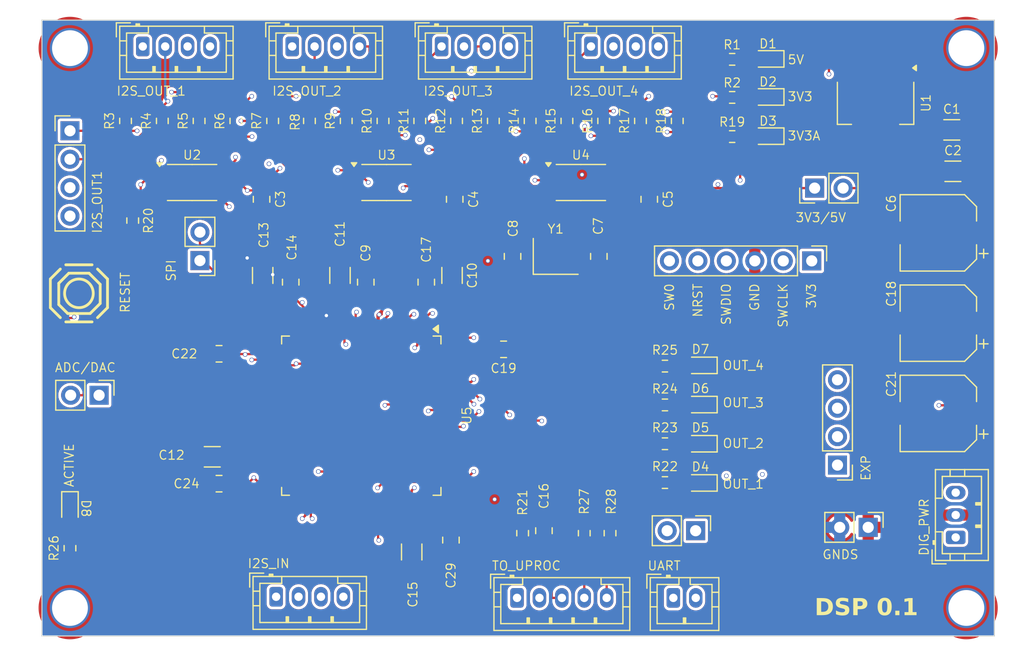
<source format=kicad_pcb>
(kicad_pcb (version 20240108) (generator "pcbnew") (generator_version "8.0")
  (layers (0 "F.Cu" signal) (1 "In1.Cu" signal) (2 "In2.Cu" signal) (31 "B.Cu" signal) (34 "B.Paste" user) (35 "F.Paste" user) (36 "B.SilkS" user "B.Silkscreen") (37 "F.SilkS" user "F.Silkscreen") (38 "B.Mask" user) (39 "F.Mask" user) (44 "Edge.Cuts" user))
  (net 0 "")
  (net 1 "GND")
  (net 2 "3V3")
  (net 3 "5V")
  (net 4 "Net-(D1-A)")
  (net 5 "Net-(D2-A)")
  (net 6 "SDA")
  (net 7 "SCL")
  (net 8 "I2S_IN_LRCLK")
  (net 9 "I2S_IN_DATA")
  (net 10 "I2S_IN_BCLK")
  (net 11 "I2S_OUT_1_DATA")
  (net 12 "I2S_OUT_4_DATA")
  (net 13 "I2S_OUT_2_DATA")
  (net 14 "I2S_OUT_3_DATA")
  (net 15 "SWDIO")
  (net 16 "SWCLK")
  (net 17 "OSC_IN")
  (net 18 "UART1_TX")
  (net 19 "OSC_OUT")
  (net 20 "SWO")
  (net 21 "UART1_RX")
  (net 22 "I2S_IN_MCLK")
  (net 23 "I2S_OUT_MCLK")
  (net 24 "3V3A")
  (net 25 "AGND")
  (net 26 "PROCESS_RIGHT")
  (net 27 "PROCESS_LEFT")
  (net 28 "PROCESS_SW")
  (net 29 "Net-(D3-A)")
  (net 30 "Net-(D4-A)")
  (net 31 "Net-(D5-A)")
  (net 32 "Net-(D6-A)")
  (net 33 "PROCESS_FOUR")
  (net 34 "Net-(U1-GND)")
  (net 35 "I2S_OUT_LRCLK1")
  (net 36 "I2S_OUT_BCLK1")
  (net 37 "I2S_OUT_MCLK1")
  (net 38 "CLOCKS_EN")
  (net 39 "Net-(D7-A)")
  (net 40 "Net-(D8-A)")
  (net 41 "DSP_ACTIVE")
  (net 42 "I2S_OUT_BCLK2")
  (net 43 "I2S_OUT_MCLK2")
  (net 44 "I2S_OUT_LRCLK2")
  (net 45 "I2S_OUT_MCLK3")
  (net 46 "I2S_OUT_LRCLK3")
  (net 47 "I2S_OUT_BCLK3")
  (net 48 "I2S_OUT_BCLK4")
  (net 49 "I2S_OUT_MCLK4")
  (net 50 "I2S_OUT_LRCLK4")
  (net 51 "Net-(U2-OUT1)")
  (net 52 "Net-(U4-OUT1)")
  (net 53 "Net-(U2-OUT2)")
  (net 54 "Net-(U4-OUT2)")
  (net 55 "Net-(U4-OUT3)")
  (net 56 "Net-(U2-OUT4)")
  (net 57 "Net-(U4-OUT4)")
  (net 58 "Net-(U2-OUT3)")
  (net 59 "BOOT0")
  (net 60 "DSP_NRST")
  (net 61 "DSP_INT")
  (net 62 "Net-(U5-VREF+)")
  (net 63 "Net-(U3-OUT1)")
  (net 64 "Net-(U3-OUT2)")
  (net 65 "Net-(U3-OUT3)")
  (net 66 "Net-(U3-OUT4)")
  (net 67 "Net-(U5-PC1)")
  (net 111 "SPI_MOSI")
  (net 112 "Net-(U5-PE3)")
  (net 113 "Net-(U5-PE6)")
  (net 114 "Net-(U5-PA7)")
  (net 115 "ADC")
  (net 116 "DAC")
  (net 117 "SPI_MISO")
  (net 121 "Net-(C12-Pad1)")
  (net 122 "Net-(C15-Pad1)")
  (net 124 "EXT1")
  (net 125 "EXT3")
  (net 126 "EXT4")
  (net 127 "EXT2")
  (footprint "Resistor_SMD:R_0603_1608Metric" (layer "F.Cu") (at 121.0364 73.565)
    (property "Reference" "R19")
    (property "Value" "150R")
  )
  (footprint "Capacitor_SMD:C_1206_3216Metric" (layer "F.Cu") (at 140.7364 76.665)
    (property "Reference" "C2")
    (property "Value" "10u")
  )
  (footprint "Resistor_SMD:R_0603_1608Metric" (layer "F.Cu") (at 116.1364 72.165 90)
    (property "Reference" "R18")
    (property "Value" "22R")
  )
  (footprint "Resistor_SMD:R_0603_1608Metric" (layer "F.Cu") (at 112.8537 72.165 90)
    (property "Reference" "R17")
    (property "Value" "22R")
  )
  (footprint "Resistor_SMD:R_0603_1608Metric" (layer "F.Cu") (at 70.1791 72.165 90)
    (property "Reference" "R4")
    (property "Value" "22R")
  )
  (footprint "MountingHole:MountingHole_3.2mm_M3_DIN965_Pad_TopOnly" (layer "F.Cu") (at 61.9364 65.665)
    (property "Reference" "H1" (hide yes))
    (property "Value" "MountingHole")
  )
  (footprint "Resistor_SMD:R_0603_1608Metric" (layer "F.Cu") (at 103.0057 72.165 90)
    (property "Reference" "R14")
    (property "Value" "22R")
  )
  (footprint "Resistor_SMD:R_0603_1608Metric" (layer "F.Cu") (at 96.4404 72.165 90)
    (property "Reference" "R12")
    (property "Value" "22R")
  )
  (footprint "MountingHole:MountingHole_3.2mm_M3_DIN965_Pad_TopOnly" (layer "F.Cu") (at 141.9364 65.665)
    (property "Reference" "H2" (hide yes))
    (property "Value" "MountingHole")
  )
  (footprint "Resistor_SMD:R_0603_1608Metric" (layer "F.Cu") (at 66.8964 72.165 90)
    (property "Reference" "R3")
    (property "Value" "22R")
  )
  (footprint "Connector_PinHeader_2.54mm:PinHeader_1x02_P2.54mm_Vertical" (layer "F.Cu") (at 73.5364 84.64 180)
    (property "Reference" "J16" (hide yes))
    (property "Value" "Conn_01x02_Pin")
  )
  (footprint "Package_SO:TSSOP-8_4.4x3mm_P0.65mm" (layer "F.Cu") (at 107.5364 77.665)
    (property "Reference" "U4")
    (property "Value" "PI6CV304")
  )
  (footprint "Connector_JST:JST_PH_B4B-PH-K_1x04_P2.00mm_Vertical" (layer "F.Cu") (at 108.4364 65.515)
    (property "Reference" "J4" (hide yes))
    (property "Value" "Conn_01x04_Pin")
  )
  (footprint "Capacitor_SMD:C_0805_2012Metric" (layer "F.Cu") (at 96.2739 79.165 -90)
    (property "Reference" "C4")
    (property "Value" "0.1u")
  )
  (footprint "Resistor_SMD:R_0603_1608Metric" (layer "F.Cu") (at 115.0364 97.5316)
    (property "Reference" "R24")
    (property "Value" "150R")
  )
  (footprint "Diode_SMD:D_0603_1608Metric" (layer "F.Cu") (at 118.2114 93.9983 180)
    (property "Reference" "D7")
    (property "Value" "BLUE")
  )
  (footprint "Resistor_SMD:R_0603_1608Metric" (layer "F.Cu") (at 106.2884 72.165 90)
    (property "Reference" "R15")
    (property "Value" "22R")
  )
  (footprint "Connector_PinHeader_2.54mm:PinHeader_1x06_P2.54mm_Vertical" (layer "F.Cu") (at 128.1364 84.665 -90)
    (property "Reference" "J5" (hide yes))
    (property "Value" "Conn_01x06_Pin")
  )
  (footprint "Capacitor_SMD:C_0805_2012Metric" (layer "F.Cu") (at 75.2414 92.965 180)
    (property "Reference" "C22")
    (property "Value" "0.1u")
  )
  (footprint "Capacitor_SMD:C_1206_3216Metric" (layer "F.Cu") (at 86.0364 85.965 90)
    (property "Reference" "C11")
    (property "Value" "10u")
  )
  (footprint "Capacitor_SMD:C_0805_2012Metric" (layer "F.Cu") (at 113.6364 79.165 -90)
    (property "Reference" "C5")
    (property "Value" "0.1u")
  )
  (footprint "Resistor_SMD:R_0603_1608Metric" (layer "F.Cu") (at 115.0364 100.9983)
    (property "Reference" "R23")
    (property "Value" "150R")
  )
  (footprint "Resistor_SMD:R_0603_1608Metric" (layer "F.Cu") (at 86.5924 72.165 90)
    (property "Reference" "R9")
    (property "Value" "22R")
  )
  (footprint "Capacitor_SMD:CP_Elec_6.3x7.7" (layer "F.Cu") (at 139.4364 90.2275 180)
    (property "Reference" "C18")
    (property "Value" "220u")
  )
  (footprint "Resistor_SMD:R_0603_1608Metric" (layer "F.Cu") (at 121.0364 70.065)
    (property "Reference" "R2")
    (property "Value" "150R")
  )
  (footprint "Capacitor_SMD:C_1206_3216Metric" (layer "F.Cu") (at 79.1364 85.965 -90)
    (property "Reference" "C13")
    (property "Value" "10u")
  )
  (footprint "MountingHole:MountingHole_3.2mm_M3_DIN965_Pad_TopOnly" (layer "F.Cu") (at 141.9364 115.665)
    (property "Reference" "H4" (hide yes))
    (property "Value" "MountingHole")
  )
  (footprint "Connector_JST:JST_PH_B4B-PH-K_1x04_P2.00mm_Vertical" (layer "F.Cu") (at 95.1031 65.515)
    (property "Reference" "J3" (hide yes))
    (property "Value" "Conn_01x04_Pin")
  )
  (footprint "Connector_PinHeader_2.54mm:PinHeader_1x02_P2.54mm_Vertical" (layer "F.Cu") (at 117.7764 108.765 -90)
    (property "Reference" "J15" (hide yes))
    (property "Value" "Conn_01x02_Pin")
  )
  (footprint "Capacitor_SMD:CP_Elec_6.3x7.7" (layer "F.Cu") (at 139.4364 82.165 180)
    (property "Reference" "C6")
    (property "Value" "220u")
  )
  (footprint "Package_SO:TSSOP-8_4.4x3mm_P0.65mm" (layer "F.Cu") (at 90.1864 77.665)
    (property "Reference" "U3")
    (property "Value" "PI6CV304")
  )
  (footprint "Capacitor_SMD:C_0805_2012Metric" (layer "F.Cu") (at 100.6364 92.565)
    (property "Reference" "C19")
    (property "Value" "0.1u")
  )
  (footprint "Resistor_SMD:R_0603_1608Metric" (layer "F.Cu") (at 115.0364 94.065)
    (property "Reference" "R25")
    (property "Value" "150R")
  )
  (footprint "Resistor_SMD:R_0603_1608Metric" (layer "F.Cu") (at 110.1364 108.985 90)
    (property "Reference" "R28")
    (property "Value" "4.7K")
  )
  (footprint "Package_QFP:LQFP-100_14x14mm_P0.5mm" (layer "F.Cu") (at 87.9364 98.49 -90)
    (property "Reference" "U5")
    (property "Value" "STM32H723VGTx")
  )
  (footprint "Resistor_SMD:R_0603_1608Metric" (layer "F.Cu") (at 73.4617 72.165 90)
    (property "Reference" "R5")
    (property "Value" "22R")
  )
  (footprint "Package_TO_SOT_SMD:SOT-223-3_TabPin2" (layer "F.Cu") (at 133.8364 70.565 -90)
    (property "Reference" "U1")
    (property "Value" "AMS1117-3.3")
  )
  (footprint "Capacitor_SMD:C_0805_2012Metric" (layer "F.Cu") (at 101.4364 84.265 90)
    (property "Reference" "C8")
    (property "Value" "20p")
  )
  (footprint "Resistor_SMD:R_0603_1608Metric" (layer "F.Cu") (at 89.8751 72.165 90)
    (property "Reference" "R10")
    (property "Value" "22R")
  )
  (footprint "Resistor_SMD:R_0603_1608Metric" (layer "F.Cu") (at 67.5364 81.065 90)
    (property "Reference" "R20")
    (property "Value" "4.7K")
  )
  (footprint "Resistor_SMD:R_0603_1608Metric" (layer "F.Cu") (at 99.7231 72.165 90)
    (property "Reference" "R13")
    (property "Value" "22R")
  )
  (footprint "Resistor_SMD:R_0603_1608Metric" (layer "F.Cu") (at 61.9364 110.3275 90)
    (property "Reference" "R26")
    (property "Value" "150R")
  )
  (footprint "Capacitor_SMD:C_1206_3216Metric" (layer "F.Cu") (at 92.4364 110.665 -90)
    (property "Reference" "C15")
    (property "Value" "2.2u")
  )
  (footprint "Connector_JST:JST_PH_B4B-PH-K_1x04_P2.00mm_Vertical" (layer "F.Cu") (at 80.3364 114.665)
    (property "Reference" "J7" (hide yes))
    (property "Value" "Conn_01x04_Pin")
  )
  (footprint "Package_SO:TSSOP-8_4.4x3mm_P0.65mm" (layer "F.Cu") (at 72.8364 77.665)
    (property "Reference" "U2")
    (property "Value" "PI6CV304")
  )
  (footprint "Resistor_SMD:R_0603_1608Metric" (layer "F.Cu") (at 102.3364 108.985 -90)
    (property "Reference" "R21")
    (property "Value" "4.7K")
  )
  (footprint "easyeda2kicad:SW-SMD_4P-L5.1-W5.1-P3.70-LS6.5-TL_H1.5" (layer "F.Cu") (at 62.7364 87.565 90)
    (property "Reference" "SW2" (hide yes))
    (property "Value" "TS-1187A-B-A-B")
  )
  (footprint "Resistor_SMD:R_0603_1608Metric" (layer "F.Cu") (at 107.8364 108.985 -90)
    (property "Reference" "R27")
    (property "Value" "4.7K")
  )
  (footprint "MountingHole:MountingHole_3.2mm_M3_DIN965_Pad_TopOnly" (layer "F.Cu") (at 61.9364 115.665)
    (property "Reference" "H3" (hide yes))
    (property "Value" "MountingHole")
  )
  (footprint "Capacitor_SMD:C_1206_3216Metric" (layer "F.Cu") (at 96.0364 85.965 90)
    (property "Reference" "C10")
    (property "Value" "10u")
  )
  (footprint "Connector_JST:JST_PH_B4B-PH-K_1x04_P2.00mm_Vertical" (layer "F.Cu") (at 81.7697 65.515)
    (property "Reference" "J2" (hide yes))
    (property "Value" "Conn_01x04_Pin")
  )
  (footprint "Connector_JST:JST_PH_B5B-PH-K_1x05_P2.00mm_Vertical" (layer "F.Cu") (at 101.8364 114.765)
    (property "Reference" "J19" (hide yes))
    (property "Value" "Conn_01x05_Pin")
  )
  (footprint "Capacitor_SMD:C_0805_2012Metric" (layer "F.Cu") (at 104.2364 108.765 90)
    (property "Reference" "C16")
    (property "Value" "0.1u")
  )
  (footprint "Capacitor_SMD:CP_Elec_6.3x7.7" (layer "F.Cu") (at 139.4364 98.29 180)
    (property "Reference" "C21")
    (property "Value" "220u")
  )
  (footprint "Diode_SMD:D_0603_1608Metric" (layer "F.Cu") (at 124.1739 70.025 180)
    (property "Reference" "D2")
    (property "Value" "BLUE")
  )
  (footprint "Resistor_SMD:R_0603_1608Metric" (layer "F.Cu") (at 76.7444 72.165 90)
    (property "Reference" "R6")
    (property "Value" "22R")
  )
  (footprint "Diode_SMD:D_0603_1608Metric" (layer "F.Cu") (at 118.2114 100.9983 180)
    (property "Reference" "D5")
    (property "Value" "BLUE")
  )
  (footprint "Connector_JST:JST_PH_B2B-PH-K_1x02_P2.00mm_Vertical" (layer "F.Cu") (at 115.7864 114.765)
    (property "Reference" "J9" (hide yes))
    (property "Value" "Conn_01x02_Male")
  )
  (footprint "Diode_SMD:D_0603_1608Metric" (layer "F.Cu") (at 61.9364 106.765 -90)
    (property "Reference" "D8")
    (property "Value" "BLUE")
  )
  (footprint "Connector_JST:JST_PH_B3B-PH-K_1x03_P2.00mm_Vertical" (layer "F.Cu") (at 140.9864 109.365 90)
    (property "Reference" "J6" (hide yes))
    (property "Value" "Conn_01x03_Pin")
  )
  (footprint "Connector_PinHeader_2.54mm:PinHeader_1x04_P2.54mm_Vertical" (layer "F.Cu") (at 61.9364 73.045)
    (property "Reference" "J13" (hide yes))
    (property "Value" "Conn_01x04_Pin")
  )
  (footprint "Diode_SMD:D_0603_1608Metric" (layer "F.Cu") (at 124.1739 66.625 180)
    (property "Reference" "D1")
    (property "Value" "BLUE")
  )
  (footprint "Resistor_SMD:R_0603_1608Metric" (layer "F.Cu") (at 109.5711 72.165 90)
    (property "Reference" "R16")
    (property "Value" "22R")
  )
  (footprint "Crystal:Crystal_SMD_SeikoEpson_FA238-4Pin_3.2x2.5mm" (layer "F.Cu") (at 105.2864 84.265)
    (property "Reference" "Y1")
    (property "Value" "25 MHz")
  )
  (footprint "Resistor_SMD:R_0603_1608Metric" (layer "F.Cu") (at 80.0271 72.165 90)
    (property "Reference" "R7")
    (property "Value" "22R")
  )
  (footprint "Connector_PinHeader_2.54mm:PinHeader_1x02_P2.54mm_Vertical" (layer "F.Cu") (at 64.5364 96.665 -90)
    (property "Reference" "J17" (hide yes))
    (property "Value" "Conn_01x02_Pin")
  )
  (footprint "Connector_PinHeader_2.54mm:PinHeader_1x04_P2.54mm_Vertical" (layer "F.Cu") (at 130.4364 102.905 180)
    (property "Reference" "J18" (hide yes))
    (property "Value" "Conn_01x04_Pin")
  )
  (footprint "Capacitor_SMD:C_0805_2012Metric" (layer "F.Cu") (at 88.3364 86.565 -90)
    (property "Reference" "C9")
    (property "Value" "0.1u")
  )
  (footprint "Diode_SMD:D_0603_1608Metric" (layer "F.Cu") (at 124.1739 73.525 180)
    (property "Reference" "D3")
    (property "Value" "BLUE")
  )
  (footprint "Capacitor_SMD:C_0805_2012Metric" (layer "F.Cu") (at 109.1364 84.265 -90)
    (property "Reference" "C7")
    (property "Value" "20p")
  )
  (footprint "Connector_PinHeader_2.54mm:PinHeader_1x02_P2.54mm_Vertical" (layer "F.Cu") (at 128.3964 78.165 90)
    (property "Reference" "J14" (hide yes))
    (property "Value" "Conn_01x02_Pin")
  )
  (footprint "Diode_SMD:D_0603_1608Metric" (layer "F.Cu") (at 118.2114 97.4982 180)
    (property "Reference" "D6")
    (property "Value" "BLUE")
  )
  (footprint "Diode_SMD:D_0603_1608Metric" (layer "F.Cu") (at 118.2114 104.4983 180)
    (property "Reference" "D4")
    (property "Value" "BLUE")
  )
  (footprint "Resistor_SMD:R_0603_1608Metric" (layer "F.Cu") (at 93.1577 72.165 90)
    (property "Reference" "R11")
    (property "Value" "22R")
  )
  (footprint "Connector_JST:JST_PH_B4B-PH-K_1x04_P2.00mm_Vertical" (layer "F.Cu") (at 68.4364 65.515)
    (property "Reference" "J1" (hide yes))
    (property "Value" "Conn_01x04_Pin")
  )
  (footprint "Capacitor_SMD:C_1206_3216Metric" (layer "F.Cu") (at 74.6364 102.165 180)
    (property "Reference" "C12")
    (property "Value" "2.2u")
  )
  (footprint "Resistor_SMD:R_0603_1608Metric" (layer "F.Cu") (at 83.3097 72.165 -90)
    (property "Reference" "R8")
    (property "Value" "22R")
  )
  (footprint "Capacitor_SMD:C_0805_2012Metric" (layer "F.Cu") (at 75.2414 104.565 180)
    (property "Reference" "C24")
    (property "Value" "0.1u")
  )
  (footprint "Capacitor_SMD:C_0805_2012Metric" (layer "F.Cu") (at 79.0364 79.165 -90)
    (property "Reference" "C3")
    (property "Value" "0.1u")
  )
  (footprint "Connector_PinHeader_2.54mm:PinHeader_1x02_P2.54mm_Vertical" (layer "F.Cu") (at 133.1764 108.465 -90)
    (property "Reference" "J11" (hide yes))
    (property "Value" "Conn_01x02_Pin")
  )
  (footprint "Resistor_SMD:R_0603_1608Metric" (layer "F.Cu") (at 121.0364 66.665)
    (property "Reference" "R1")
    (property "Value" "150R")
  )
  (footprint "Capacitor_SMD:C_1206_3216Metric" (layer "F.Cu") (at 140.6364 72.965)
    (property "Reference" "C1")
    (property "Value" "10u")
  )
  (footprint "Capacitor_SMD:C_0805_2012Metric" (layer "F.Cu") (at 93.7364 86.565 90)
    (property "Reference" "C17")
    (property "Value" "0.1u")
  )
  (footprint "Capacitor_SMD:C_0805_2012Metric" (layer "F.Cu") (at 81.6364 86.565 -90)
    (property "Reference" "C14")
    (property "Value" "0.1u")
  )
  (footprint "Capacitor_SMD:C_0805_2012Metric" (layer "F.Cu") (at 95.9364 109.6025 -90)
    (property "Reference" "C29")
    (property "Value" "0.1u")
  )
  (footprint "Resistor_SMD:R_0603_1608Metric" (layer "F.Cu") (at 115.0364 104.465)
    (property "Reference" "R22")
    (property "Value" "150R")
  )
  (gr_line (start 59.4364 108.165) (end 59.4364 63.165) (stroke (width 0.1)) (layer "Edge.Cuts"))
  (gr_line (start 59.4364 118.165) (end 59.4364 108.165) (stroke (width 0.1)) (layer "Edge.Cuts"))
  (gr_line (start 144.4364 118.165) (end 144.4364 63.165) (stroke (width 0.1)) (layer "Edge.Cuts"))
  (gr_line (start 59.4364 63.165) (end 144.4364 63.165) (stroke (width 0.1)) (layer "Edge.Cuts"))
  (gr_line (start 59.4364 118.165) (end 144.4364 118.165) (stroke (width 0.1)) (layer "Edge.Cuts"))
  (gr_text "DSP 0.1" (at 137.6364 116.565 0) (layer "F.SilkS") (effects (font (size 1.5 1.5) (thickness 0.1) (bold yes)) (justify right bottom)))
  (gr_text "I2S_OUT_3" (at 93.4364 69.965 0) (layer "F.SilkS") (effects (font (size 0.8 0.8) (thickness 0.1)) (justify left bottom)))
  (gr_text "DIG_PWR" (at 138.6364 111.065 90) (layer "F.SilkS") (effects (font (size 0.8 0.8) (thickness 0.1)) (justify left bottom)))
  (gr_text "I2S_IN" (at 77.7364 112.165 0) (layer "F.SilkS") (effects (font (size 0.8 0.8) (thickness 0.1)) (justify left bottom)))
  (gr_text "SW0" (at 115.9064 89.193572 90) (layer "F.SilkS") (effects (font (size 0.8 0.8) (thickness 0.1)) (justify left bottom)))
  (gr_text "OUT_4" (at 120.1364 94.465 0) (layer "F.SilkS") (effects (font (size 0.8 0.8) (thickness 0.1)) (justify left bottom)))
  (gr_text "OUT_2\n" (at 120.1364 101.4316 0) (layer "F.SilkS") (effects (font (size 0.8 0.8) (thickness 0.1)) (justify left bottom)))
  (gr_text "ACTIVE" (at 62.3364 104.9275 90) (layer "F.SilkS") (effects (font (size 0.8 0.8) (thickness 0.1)) (justify left bottom)))
  (gr_text "3V3" (at 125.9364 70.465 0) (layer "F.SilkS") (effects (font (size 0.8 0.8) (thickness 0.1)) (justify left bottom)))
  (gr_text "I2S_OUT1" (at 64.8364 82.265 90) (layer "F.SilkS") (effects (font (size 0.8 0.8) (thickness 0.1)) (justify left bottom)))
  (gr_text "EXP" (at 133.4364 104.365 90) (layer "F.SilkS") (effects (font (size 0.8 0.8) (thickness 0.1)) (justify left bottom)))
  (gr_text "SPI" (at 71.4364 86.565 90) (layer "F.SilkS") (effects (font (size 0.8 0.8) (thickness 0.1)) (justify left bottom)))
  (gr_text "NRST" (at 118.4404 89.765 90) (layer "F.SilkS") (effects (font (size 0.8 0.8) (thickness 0.1)) (justify left bottom)))
  (gr_text "OUT_1" (at 120.1364 105.065 0) (layer "F.SilkS") (effects (font (size 0.8 0.8) (thickness 0.1)) (justify left bottom)))
  (gr_text "ADC/DAC" (at 60.5364 94.665 0) (layer "F.SilkS") (effects (font (size 0.8 0.8) (thickness 0.1)) (justify left bottom)))
  (gr_text "3V3/5V" (at 126.6364 81.265 0) (layer "F.SilkS") (effects (font (size 0.8 0.8) (thickness 0.1)) (justify left bottom)))
  (gr_text "3V3A" (at 125.9364 73.965 0) (layer "F.SilkS") (effects (font (size 0.8 0.8) (thickness 0.1)) (justify left bottom)))
  (gr_text "SWDIO" (at 120.9744 90.450714 90) (layer "F.SilkS") (effects (font (size 0.8 0.8) (thickness 0.1)) (justify left bottom)))
  (gr_text "SWCLK" (at 126.0424 90.679286 90) (layer "F.SilkS") (effects (font (size 0.8 0.8) (thickness 0.1)) (justify left bottom)))
  (gr_text "3V3\n" (at 128.5764 88.965 90) (layer "F.SilkS") (effects (font (size 0.8 0.8) (thickness 0.1)) (justify left bottom)))
  (gr_text "OUT_3" (at 120.1364 97.7982 0) (layer "F.SilkS") (effects (font (size 0.8 0.8) (thickness 0.1)) (justify left bottom)))
  (gr_text "I2S_OUT_1" (at 66.0364 69.965 0) (layer "F.SilkS") (effects (font (size 0.8 0.8) (thickness 0.1)) (justify left bottom)))
  (gr_text "5V" (at 125.9364 67.165 0) (layer "F.SilkS") (effects (font (size 0.8 0.8) (thickness 0.1)) (justify left bottom)))
  (gr_text "UART" (at 113.4364 112.365 0) (layer "F.SilkS") (effects (font (size 0.8 0.8) (thickness 0.1)) (justify left bottom)))
  (gr_text "I2S_OUT_2" (at 79.9364 69.965 0) (layer "F.SilkS") (effects (font (size 0.8 0.8) (thickness 0.1)) (justify left bottom)))
  (gr_text "TO_UPROC" (at 99.5364 112.365 0) (layer "F.SilkS") (effects (font (size 0.8 0.8) (thickness 0.1)) (justify left bottom)))
  (gr_text "GND\n" (at 123.5084 89.193571 90) (layer "F.SilkS") (effects (font (size 0.8 0.8) (thickness 0.1)) (justify left bottom)))
  (gr_text "RESET\n" (at 67.3364 89.365 90) (layer "F.SilkS") (effects (font (size 0.8 0.8) (thickness 0.1)) (justify left bottom)))
  (gr_text "I2S_OUT_4" (at 106.4364 69.965 0) (layer "F.SilkS") (effects (font (size 0.8 0.8) (thickness 0.1)) (justify left bottom)))
  (gr_text "GNDS" (at 129.0364 111.365 0) (layer "F.SilkS") (effects (font (size 0.8 0.8) (thickness 0.1)) (justify left bottom)))
  (segment (start 89.4364 89.565) (end 89.5364 89.465) (width 0.2) (layer "F.Cu") (net 1))
  (segment (start 89.4364 90.815) (end 89.4364 89.565) (width 0.2) (layer "F.Cu") (net 1))
  (via (at 89.5364 89.465) (size 0.4) (drill 0.3) (layers "F.Cu" "B.Cu") (net 1))
  (via (at 107.6364 76.965) (size 0.4) (drill 0.3) (layers "F.Cu" "B.Cu") (net 1))
  (via (at 99.8364 105.965) (size 0.4) (drill 0.3) (layers "F.Cu" "B.Cu") (net 1))
  (via (at 99.2364 84.665) (size 0.4) (drill 0.3) (layers "F.Cu" "B.Cu") (net 1))
  (segment (start 120.1096 69.9632) (end 120.2114 70.065) (width 0.2) (layer "F.Cu") (net 2))
  (segment (start 77.7654 78.3738) (end 78.8776 78.3738) (width 0.2) (layer "F.Cu") (net 2))
  (segment (start 77.7654 78.3738) (end 77.7654 78.3754) (width 0.2) (layer "F.Cu") (net 2))
  (segment (start 88.9364 90.815) (end 88.9364 91.7244) (width 0.2) (layer "F.Cu") (net 2))
  (segment (start 114.6838 78.1649) (end 114.6583 78.1394) (width 0.2) (layer "F.Cu") (net 2))
  (segment (start 102.2095 108.2869) (end 96.0583 108.2869) (width 0.2) (layer "F.Cu") (net 2))
  (segment (start 91.4364 91.6763) (end 91.4364 90.815) (width 0.2) (layer "F.Cu") (net 2))
  (segment (start 111.2045 78.1394) (end 111.0551 77.99) (width 0.2) (layer "F.Cu") (net 2))
  (segment (start 96.0489 77.99) (end 93.0489 77.99) (width 0.2) (layer "F.Cu") (net 2))
  (segment (start 78.3434 104.0272) (end 77.8056 104.565) (width 0.2) (layer "F.Cu") (net 2))
  (segment (start 96.0583 108.2869) (end 93.9364 106.165) (width 0.2) (layer "F.Cu") (net 2))
  (segment (start 91.4364 90.815) (end 91.4364 89.815) (width 0.2) (layer "F.Cu") (net 2))
  (segment (start 98.5159 89.9195) (end 96.0364 87.44) (width 0.2) (layer "F.Cu") (net 2))
  (segment (start 102.3364 108.16) (end 102.2095 108.2869) (width 0.2) (layer "F.Cu") (net 2))
  (segment (start 119.7691 78.165) (end 119.7691 77.8492) (width 0.2) (layer "F.Cu") (net 2))
  (segment (start 99.6114 92.49) (end 99.6864 92.565) (width 0.2) (layer "F.Cu") (net 2))
  (segment (start 114.6583 78.1394) (end 111.2045 78.1394) (width 0.2) (layer "F.Cu") (net 2))
  (segment (start 114.6838 78.165) (end 114.6838 78.1649) (width 0.2) (layer "F.Cu") (net 2))
  (segment (start 80.2614 92.99) (end 77.573 92.99) (width 0.2) (layer "F.Cu") (net 2))
  (segment (start 98.5159 92.49) (end 99.6114 92.49) (width 0.2) (layer "F.Cu") (net 2))
  (segment (start 93.9364 106.165) (end 93.9364 105.3154) (width 0.2) (layer "F.Cu") (net 2))
  (segment (start 91.4364 89.815) (end 93.7364 87.515) (width 0.2) (layer "F.Cu") (net 2))
  (segment (start 113.6364 78.215) (end 114.6338 78.215) (width 0.2) (layer "F.Cu") (net 2))
  (segment (start 77.573 93.0241) (end 77.573 92.99) (width 0.2) (layer "F.Cu") (net 2))
  (segment (start 103.0374 108.861) (end 104.8889 108.861) (width 0.2) (layer "F.Cu") (net 2))
  (segment (start 93.7364 87.515) (end 95.9614 87.515) (width 0.2) (layer "F.Cu") (net 2))
  (segment (start 78.8776 78.3738) (end 79.0364 78.215) (width 0.2) (layer "F.Cu") (net 2))
  (segment (start 119.2945 69.9632) (end 120.1096 69.9632) (width 0.2) (layer "F.Cu") (net 2))
  (segment (start 91.6749 78.1583) (end 91.8432 77.99) (width 0.2) (layer "F.Cu") (net 2))
  (segment (start 114.6338 78.215) (end 114.6838 78.165) (width 0.2) (layer "F.Cu") (net 2))
  (segment (start 98.5159 92.49) (end 98.5159 89.9195) (width 0.2) (layer "F.Cu") (net 2))
  (segment (start 89.922 104.4144) (end 89.3913 104.9451) (width 0.2) (layer "F.Cu") (net 2))
  (segment (start 102.3364 108.16) (end 103.0374 108.861) (width 0.2) (layer "F.Cu") (net 2))
  (segment (start 89.1295 91.9175) (end 91.1952 91.9175) (width 0.2) (layer "F.Cu") (net 2))
  (segment (start 91.8432 77.99) (end 93.0489 77.99) (width 0.2) (layer "F.Cu") (net 2))
  (segment (start 127.2447 78.165) (end 119.7691 78.165) (width 0.2) (layer "F.Cu") (net 2))
  (segment (start 96.2739 78.215) (end 96.0489 77.99) (width 0.2) (layer "F.Cu") (net 2))
  (segment (start 95.9364 108.6525) (end 96.0583 108.5306) (width 0.2) (layer "F.Cu") (net 2))
  (segment (start 91.1952 91.9175) (end 91.4364 91.6763) (width 0.2) (layer "F.Cu") (net 2))
  (segment (start 95.6114 92.49) (end 98.5159 92.49) (width 0.2) (layer "F.Cu") (net 2))
  (segment (start 80.2614 92.99) (end 87.6708 92.99) (width 0.2) (layer "F.Cu") (net 2))
  (segment (start 109.3734 108.923) (end 110.1364 108.16) (width 0.2) (layer "F.Cu") (net 2))
  (segment (start 104.8889 108.861) (end 104.9509 108.923) (width 0.2) (layer "F.Cu") (net 2))
  (segment (start 88.9364 91.7244) (end 89.1295 91.9175) (width 0.2) (layer "F.Cu") (net 2))
  (segment (start 96.0583 108.5306) (end 96.0583 108.2869) (width 0.2) (layer "F.Cu") (net 2))
  (segment (start 104.9509 108.923) (end 109.3734 108.923) (width 0.2) (layer "F.Cu") (net 2))
  (segment (start 95.9614 87.515) (end 96.0364 87.44) (width 0.2) (layer "F.Cu") (net 2))
  (segment (start 139.4889 97.5642) (end 141.4106 97.5642) (width 0.2) (layer "F.Cu") (net 2))
  (segment (start 87.6708 92.99) (end 88.9364 91.7244) (width 0.2) (layer "F.Cu") (net 2))
  (segment (start 128.3964 78.165) (end 127.2447 78.165) (width 0.2) (layer "F.Cu") (net 2))
  (segment (start 76.2164 92.99) (end 76.1914 92.965) (width 0.2) (layer "F.Cu") (net 2))
  (segment (start 119.7691 78.165) (end 114.6838 78.165) (width 0.2) (layer "F.Cu") (net 2))
  (segment (start 78.8062 104.49) (end 78.3434 104.0272) (width 0.2) (layer "F.Cu") (net 2))
  (segment (start 77.573 92.99) (end 76.2164 92.99) (width 0.2) (layer "F.Cu") (net 2))
  (segment (start 93.0354 104.4144) (end 89.922 104.4144) (width 0.2) (layer "F.Cu") (net 2))
  (segment (start 77.8056 104.565) (end 76.1914 104.565) (width 0.2) (layer "F.Cu") (net 2))
  (segment (start 80.2614 104.49) (end 78.8062 104.49) (width 0.2) (layer "F.Cu") (net 2))
  (segment (start 111.0551 77.99) (end 110.3989 77.99) (width 0.2) (layer "F.Cu") (net 2))
  (segment (start 77.7654 78.3738) (end 77.3816 77.99) (width 0.2) (layer "F.Cu") (net 2))
  (segment (start 93.9364 105.3154) (end 93.0354 104.4144) (width 0.2) (layer "F.Cu") (net 2))
  (segment (start 77.3816 77.99) (end 75.6989 77.99) (width 0.2) (layer "F.Cu") (net 2))
  (segment (start 141.4106 97.5642) (end 142.1364 98.29) (width 0.2) (layer "F.Cu") (net 2))
  (via (at 78.3434 104.0272) (size 0.4) (drill 0.3) (layers "F.Cu" "B.Cu") (net 2))
  (via (at 89.3913 104.9451) (size 0.4) (drill 0.3) (layers "F.Cu" "B.Cu") (net 2))
  (via (at 77.7654 78.3754) (size 0.4) (drill 0.3) (layers "F.Cu" "B.Cu") (net 2))
  (via (at 139.4889 97.5642) (size 0.4) (drill 0.3) (layers "F.Cu" "B.Cu") (net 2))
  (via (at 91.6749 78.1583) (size 0.4) (drill 0.3) (layers "F.Cu" "B.Cu") (net 2))
  (via (at 77.573 93.0241) (size 0.4) (drill 0.3) (layers "F.Cu" "B.Cu") (net 2))
  (via (at 119.7691 77.8492) (size 0.4) (drill 0.3) (layers "F.Cu" "B.Cu") (net 2))
  (via (at 119.2945 69.9632) (size 0.4) (drill 0.3) (layers "F.Cu" "B.Cu") (net 2))
  (segment (start 121.0217 67.4753) (end 120.2114 66.665) (width 0.2) (layer "F.Cu") (net 3))
  (segment (start 131.4761 67.4753) (end 129.6761 67.4753) (width 0.2) (layer "F.Cu") (net 3))
  (segment (start 139.2614 76.665) (end 138.9244 77.002) (width 0.2) (layer "F.Cu") (net 3))
  (segment (start 138.9244 77.002) (end 138.9244 78.165) (width 0.2) (layer "F.Cu") (net 3))
  (segment (start 129.6761 67.4753) (end 121.0217 67.4753) (width 0.2) (layer "F.Cu") (net 3))
  (segment (start 129.6761 67.9917) (end 129.6761 67.4753) (width 0.2) (layer "F.Cu") (net 3))
  (segment (start 138.9244 78.165) (end 138.9244 87.0155) (width 0.2) (layer "F.Cu") (net 3))
  (segment (start 138.9244 87.0155) (end 142.1364 90.2275) (width 0.2) (layer "F.Cu") (net 3))
  (segment (start 130.9364 78.165) (end 138.9244 78.165) (width 0.2) (layer "F.Cu") (net 3))
  (segment (start 131.5364 67.415) (end 131.4761 67.4753) (width 0.2) (layer "F.Cu") (net 3))
  (via (at 129.6761 67.9917) (size 0.4) (drill 0.3) (layers "F.Cu" "B.Cu") (net 3))
  (segment (start 123.3464 66.665) (end 123.3864 66.625) (width 0.2) (layer "F.Cu") (net 4))
  (segment (start 121.8614 66.665) (end 123.3464 66.665) (width 0.2) (layer "F.Cu") (net 4))
  (segment (start 123.3464 70.065) (end 123.3864 70.025) (width 0.2) (layer "F.Cu") (net 5))
  (segment (start 121.8614 70.065) (end 123.3464 70.065) (width 0.2) (layer "F.Cu") (net 5))
  (segment (start 95.6114 95.99) (end 98.748 95.99) (width 0.2) (layer "F.Cu") (net 6))
  (segment (start 98.748 95.99) (end 101.1817 98.4237) (width 0.2) (layer "F.Cu") (net 6))
  (via (at 101.1817 98.4237) (size 0.4) (drill 0.3) (layers "F.Cu" "B.Cu") (net 6))
  (segment (start 98.0034 96.49) (end 98.523 97.0096) (width 0.2) (layer "F.Cu") (net 7))
  (segment (start 95.6114 96.49) (end 98.0034 96.49) (width 0.2) (layer "F.Cu") (net 7))
  (via (at 98.523 97.0096) (size 0.4) (drill 0.3) (layers "F.Cu" "B.Cu") (net 7))
  (segment (start 94.338 103.99) (end 93.8267 103.4787) (width 0.2) (layer "F.Cu") (net 8))
  (segment (start 87.2041 76.5702) (end 87.3239 76.69) (width 0.2) (layer "F.Cu") (net 8))
  (segment (start 85.8403 76.5702) (end 87.2041 76.5702) (width 0.2) (layer "F.Cu") (net 8))
  (segment (start 95.6114 103.99) (end 94.338 103.99) (width 0.2) (layer "F.Cu") (net 8))
  (segment (start 92.9364 92.2016) (end 92.9364 90.815) (width 0.2) (layer "F.Cu") (net 8))
  (segment (start 92.7076 92.4304) (end 92.9364 92.2016) (width 0.2) (layer "F.Cu") (net 8))
  (segment (start 93.8267 103.4787) (end 84.1039 103.4787) (width 0.2) (layer "F.Cu") (net 8))
  (via (at 84.1039 103.4787) (size 0.4) (drill 0.3) (layers "F.Cu" "B.Cu") (net 8))
  (via (at 85.8403 76.5702) (size 0.4) (drill 0.3) (layers "F.Cu" "B.Cu") (net 8))
  (via (at 92.7076 92.4304) (size 0.4) (drill 0.3) (layers "F.Cu" "B.Cu") (net 8))
  (segment (start 90.1223 97.49) (end 90.0481 97.5642) (width 0.2) (layer "F.Cu") (net 9))
  (segment (start 95.6114 97.49) (end 90.1223 97.49) (width 0.2) (layer "F.Cu") (net 9))
  (via (at 90.0481 97.5642) (size 0.4) (drill 0.3) (layers "F.Cu" "B.Cu") (net 9))
  (segment (start 69.9739 75.8185) (end 69.9739 76.69) (width 0.2) (layer "F.Cu") (net 10))
  (segment (start 90.2641 93.8485) (end 82.1225 93.8485) (width 0.2) (layer "F.Cu") (net 10))
  (segment (start 92.4364 91.6762) (end 90.2641 93.8485) (width 0.2) (layer "F.Cu") (net 10))
  (segment (start 81.981 93.99) (end 82.1225 93.8485) (width 0.2) (layer "F.Cu") (net 10))
  (segment (start 70.1016 75.6908) (end 69.9739 75.8185) (width 0.2) (layer "F.Cu") (net 10))
  (segment (start 92.4364 90.815) (end 92.4364 91.6762) (width 0.2) (layer "F.Cu") (net 10))
  (segment (start 80.2614 93.99) (end 81.981 93.99) (width 0.2) (layer "F.Cu") (net 10))
  (via (at 79.6992 75.9986) (size 0.4) (drill 0.3) (layers "F.Cu" "B.Cu") (net 10))
  (via (at 70.1016 75.6908) (size 0.4) (drill 0.3) (layers "F.Cu" "B.Cu") (net 10))
  (via (at 82.1225 93.8485) (size 0.4) (drill 0.3) (layers "F.Cu" "B.Cu") (net 10))
  (segment (start 99.3744 67.7087) (end 97.7675 67.7087) (width 0.2) (layer "F.Cu") (net 11))
  (segment (start 103.0057 71.34) (end 99.3744 67.7087) (width 0.2) (layer "F.Cu") (net 11))
  (via (at 97.7675 67.7087) (size 0.4) (drill 0.3) (layers "F.Cu" "B.Cu") (net 11))
  (segment (start 115.2381 71.3449) (end 116.1315 71.3449) (width 0.2) (layer "F.Cu") (net 12))
  (segment (start 116.1315 71.3449) (end 116.1364 71.34) (width 0.2) (layer "F.Cu") (net 12))
  (via (at 115.2381 71.3449) (size 0.4) (drill 0.3) (layers "F.Cu" "B.Cu") (net 12))
  (segment (start 88.6714 70.1363) (end 89.8751 71.34) (width 0.2) (layer "F.Cu") (net 13))
  (segment (start 87.7697 65.515) (end 88.6714 65.515) (width 0.2) (layer "F.Cu") (net 13))
  (segment (start 88.6714 65.515) (end 88.6714 70.1363) (width 0.2) (layer "F.Cu") (net 13))
  (segment (start 78.1597 69.9632) (end 78.1212 69.9632) (width 0.2) (layer "F.Cu") (net 14))
  (segment (start 78.1212 69.9632) (end 76.7444 71.34) (width 0.2) (layer "F.Cu") (net 14))
  (via (at 78.1597 69.9632) (size 0.4) (drill 0.3) (layers "F.Cu" "B.Cu") (net 14))
  (segment (start 92.4364 106.165) (end 92.4364 105.1646) (width 0.2) (layer "F.Cu") (net 15))
  (segment (start 92.4364 105.1646) (end 92.6698 104.9312) (width 0.2) (layer "F.Cu") (net 15))
  (via (at 120.5164 103.865) (size 0.4) (drill 0.3) (layers "F.Cu" "B.Cu") (net 15))
  (via (at 92.6698 104.9312) (size 0.4) (drill 0.3) (layers "F.Cu" "B.Cu") (net 15))
  (segment (start 96.9624 104.49) (end 97.9726 103.4798) (width 0.2) (layer "F.Cu") (net 16))
  (segment (start 95.6114 104.49) (end 96.9624 104.49) (width 0.2) (layer "F.Cu") (net 16))
  (via (at 123.7319 103.7347) (size 0.4) (drill 0.3) (layers "F.Cu" "B.Cu") (net 16))
  (via (at 97.9726 103.4798) (size 0.4) (drill 0.3) (layers "F.Cu" "B.Cu") (net 16))
  (segment (start 108.9864 83.465) (end 109.1364 83.315) (width 0.2) (layer "F.Cu") (net 17))
  (segment (start 88.4364 89.787182) (end 88.4364 90.815) (width 0.2) (layer "F.Cu") (net 17))
  (segment (start 91.744782 86.4788) (end 88.4364 89.787182) (width 0.2) (layer "F.Cu") (net 17))
  (segment (start 107.3881 83.465) (end 108.9864 83.465) (width 0.2) (layer "F.Cu") (net 17))
  (segment (start 104.5042 86.4788) (end 91.744782 86.4788) (width 0.2) (layer "F.Cu") (net 17))
  (segment (start 107.3881 84.1466) (end 107.3298 84.2049) (width 0.2) (layer "F.Cu") (net 17))
  (segment (start 107.253 84.2049) (end 107.2114 84.1633) (width 0.2) (layer "F.Cu") (net 17))
  (segment (start 107.3881 83.465) (end 107.3881 84.1466) (width 0.2) (layer "F.Cu") (net 17))
  (segment (start 106.3864 83.465) (end 107.3881 83.465) (width 0.2) (layer "F.Cu") (net 17))
  (segment (start 107.3298 84.2049) (end 107.253 84.2049) (width 0.2) (layer "F.Cu") (net 17))
  (segment (start 105.3847 85.5983) (end 104.5042 86.4788) (width 0.2) (layer "F.Cu") (net 17))
  (segment (start 107.2114 84.1633) (end 105.5614 84.1633) (width 0.2) (layer "F.Cu") (net 17))
  (segment (start 105.3847 84.34) (end 105.3847 85.5983) (width 0.2) (layer "F.Cu") (net 17))
  (segment (start 105.5614 84.1633) (end 105.3847 84.34) (width 0.2) (layer "F.Cu") (net 17))
  (segment (start 83.4364 107.5642) (end 83.4364 106.165) (width 0.2) (layer "F.Cu") (net 18))
  (segment (start 83.5586 107.6864) (end 83.4364 107.5642) (width 0.2) (layer "F.Cu") (net 18))
  (via (at 83.5586 107.6864) (size 0.4) (drill 0.3) (layers "F.Cu" "B.Cu") (net 18))
  (segment (start 103.1847 85.065) (end 103.0347 85.215) (width 0.2) (layer "F.Cu") (net 19))
  (segment (start 87.9364 89.721496) (end 87.9364 90.815) (width 0.2) (layer "F.Cu") (net 19))
  (segment (start 99.8248 83.6034) (end 94.054496 83.6034) (width 0.2) (layer "F.Cu") (net 19))
  (segment (start 101.4364 85.215) (end 99.8248 83.6034) (width 0.2) (layer "F.Cu") (net 19))
  (segment (start 94.054496 83.6034) (end 87.9364 89.721496) (width 0.2) (layer "F.Cu") (net 19))
  (segment (start 104.1864 85.065) (end 103.1847 85.065) (width 0.2) (layer "F.Cu") (net 19))
  (segment (start 103.0347 85.215) (end 101.4364 85.215) (width 0.2) (layer "F.Cu") (net 19))
  (segment (start 93.9957 97.99) (end 93.9157 98.07) (width 0.2) (layer "F.Cu") (net 20))
  (segment (start 95.6114 97.99) (end 93.9957 97.99) (width 0.2) (layer "F.Cu") (net 20))
  (via (at 93.9157 98.07) (size 0.4) (drill 0.3) (layers "F.Cu" "B.Cu") (net 20))
  (segment (start 82.6679 107.6864) (end 82.9364 107.4179) (width 0.2) (layer "F.Cu") (net 21))
  (segment (start 82.9364 107.4179) (end 82.9364 106.165) (width 0.2) (layer "F.Cu") (net 21))
  (via (at 82.6679 107.6864) (size 0.4) (drill 0.3) (layers "F.Cu" "B.Cu") (net 21))
  (segment (start 89.4364 109.5556) (end 89.5028 109.622) (width 0.2) (layer "F.Cu") (net 22))
  (segment (start 89.4364 106.165) (end 89.4364 109.5556) (width 0.2) (layer "F.Cu") (net 22))
  (via (at 89.5028 109.622) (size 0.4) (drill 0.3) (layers "F.Cu" "B.Cu") (net 22))
  (segment (start 82.6679 88.3738) (end 82.5177 88.524) (width 0.2) (layer "F.Cu") (net 24))
  (segment (start 121.7505 74.3633) (end 133.1881 74.3633) (width 0.2) (layer "F.Cu") (net 24))
  (segment (start 133.8364 73.715) (end 134.5864 72.965) (width 0.2) (layer "F.Cu") (net 24))
  (segment (start 121.0097 74.3633) (end 121.7505 74.3633) (width 0.2) (layer "F.Cu") (net 24))
  (segment (start 81.4103 87.515) (end 79.2114 87.515) (width 0.2) (layer "F.Cu") (net 24))
  (segment (start 81.5087 87.515) (end 82.5177 88.524) (width 0.2) (layer "F.Cu") (net 24))
  (segment (start 140.7364 74.54) (end 139.1614 72.965) (width 0.2) (layer "F.Cu") (net 24))
  (segment (start 134.5864 72.965) (end 139.1614 72.965) (width 0.2) (layer "F.Cu") (net 24))
  (segment (start 142.1364 82.165) (end 140.7364 80.765) (width 0.2) (layer "F.Cu") (net 24))
  (segment (start 79.2114 87.515) (end 79.1364 87.44) (width 0.2) (layer "F.Cu") (net 24))
  (segment (start 140.7364 80.765) (end 140.7364 74.54) (width 0.2) (layer "F.Cu") (net 24))
  (segment (start 121.7505 74.3633) (end 121.7505 77.4642) (width 0.2) (layer "F.Cu") (net 24))
  (segment (start 120.2114 73.565) (end 121.0097 74.3633) (width 0.2) (layer "F.Cu") (net 24))
  (segment (start 82.5177 88.524) (end 83.9364 89.9427) (width 0.2) (layer "F.Cu") (net 24))
  (segment (start 133.8364 72.215) (end 134.5864 72.965) (width 0.2) (layer "F.Cu") (net 24))
  (segment (start 133.8364 67.415) (end 133.8364 72.215) (width 0.2) (layer "F.Cu") (net 24))
  (segment (start 133.1881 74.3633) (end 133.8364 73.715) (width 0.2) (layer "F.Cu") (net 24))
  (segment (start 81.4103 87.515) (end 81.5087 87.515) (width 0.2) (layer "F.Cu") (net 24))
  (segment (start 83.9364 89.9427) (end 83.9364 90.815) (width 0.2) (layer "F.Cu") (net 24))
  (segment (start 81.6364 87.515) (end 81.4103 87.515) (width 0.2) (layer "F.Cu") (net 24))
  (via (at 82.6679 88.3738) (size 0.4) (drill 0.3) (layers "F.Cu" "B.Cu") (net 24))
  (via (at 121.7505 77.4642) (size 0.4) (drill 0.3) (layers "F.Cu" "B.Cu") (net 24))
  (segment (start 84.9364 90.815) (end 84.9364 89.665) (width 0.2) (layer "F.Cu") (net 25))
  (segment (start 81.3579 85.8935) (end 81.6364 85.615) (width 0.2) (layer "F.Cu") (net 25))
  (segment (start 79.0517 84.4053) (end 79.1364 84.49) (width 0.2) (layer "F.Cu") (net 25))
  (segment (start 84.9364 89.665) (end 84.8198 89.5484) (width 0.2) (layer "F.Cu") (net 25))
  (segment (start 77.7512 84.4053) (end 79.0517 84.4053) (width 0.2) (layer "F.Cu") (net 25))
  (segment (start 80.0304 85.8935) (end 81.3579 85.8935) (width 0.2) (layer "F.Cu") (net 25))
  (via (at 80.0304 85.8935) (size 0.4) (drill 0.3) (layers "F.Cu" "B.Cu") (net 25))
  (via (at 77.7512 84.4053) (size 0.4) (drill 0.3) (layers "F.Cu" "B.Cu") (net 25))
  (via (at 84.8198 89.5484) (size 0.4) (drill 0.3) (layers "F.Cu" "B.Cu") (net 25))
  (segment (start 114.2031 100.99) (end 114.2114 100.9983) (width 0.2) (layer "F.Cu") (net 26))
  (segment (start 95.6114 100.99) (end 114.2031 100.99) (width 0.2) (layer "F.Cu") (net 26))
  (segment (start 111.2364 101.49) (end 114.2114 104.465) (width 0.2) (layer "F.Cu") (net 27))
  (segment (start 95.6114 101.49) (end 111.2364 101.49) (width 0.2) (layer "F.Cu") (net 27))
  (segment (start 95.6114 100.49) (end 111.253 100.49) (width 0.2) (layer "F.Cu") (net 28))
  (segment (start 111.253 100.49) (end 114.2114 97.5316) (width 0.2) (layer "F.Cu") (net 28))
  (segment (start 123.3464 73.565) (end 123.3864 73.525) (width 0.2) (layer "F.Cu") (net 29))
  (segment (start 121.8614 73.565) (end 123.3464 73.565) (width 0.2) (layer "F.Cu") (net 29))
  (segment (start 117.3906 104.465) (end 117.4239 104.4983) (width 0.2) (layer "F.Cu") (net 30))
  (segment (start 115.8614 104.465) (end 117.3906 104.465) (width 0.2) (layer "F.Cu") (net 30))
  (segment (start 115.8614 100.9983) (end 117.4239 100.9983) (width 0.2) (layer "F.Cu") (net 31))
  (segment (start 115.8614 97.5316) (end 117.3905 97.5316) (width 0.2) (layer "F.Cu") (net 32))
  (segment (start 117.3905 97.5316) (end 117.4239 97.4982) (width 0.2) (layer "F.Cu") (net 32))
  (segment (start 95.6114 99.99) (end 108.2864 99.99) (width 0.2) (layer "F.Cu") (net 33))
  (segment (start 108.2864 99.99) (end 114.2114 94.065) (width 0.2) (layer "F.Cu") (net 33))
  (segment (start 136.1364 67.415) (end 141.6864 72.965) (width 0.2) (layer "F.Cu") (net 34))
  (segment (start 142.1114 72.965) (end 142.1114 76.565) (width 0.2) (layer "F.Cu") (net 34))
  (segment (start 141.6864 72.965) (end 142.1114 72.965) (width 0.2) (layer "F.Cu") (net 34))
  (segment (start 142.1114 76.565) (end 142.2114 76.665) (width 0.2) (layer "F.Cu") (net 34))
  (segment (start 71.7128 69.5911) (end 73.4617 71.34) (width 0.2) (layer "F.Cu") (net 35))
  (segment (start 71.0009 69.5911) (end 71.7128 69.5911) (width 0.2) (layer "F.Cu") (net 35))
  (via (at 71.0009 69.5911) (size 0.4) (drill 0.3) (layers "F.Cu" "B.Cu") (net 35))
  (segment (start 61.9364 75.585) (end 66.1048 75.585) (width 0.2) (layer "F.Cu") (net 36))
  (segment (start 70.6769 70.4048) (end 70.1791 70.9026) (width 0.2) (layer "F.Cu") (net 36))
  (segment (start 70.1791 70.9026) (end 70.1791 71.34) (width 0.2) (layer "F.Cu") (net 36))
  (segment (start 66.1048 75.585) (end 70.1791 71.5107) (width 0.2) (layer "F.Cu") (net 36))
  (segment (start 70.1791 71.5107) (end 70.1791 71.34) (width 0.2) (layer "F.Cu") (net 36))
  (via (at 70.6769 70.4048) (size 0.4) (drill 0.3) (layers "F.Cu" "B.Cu") (net 36))
  (segment (start 70.4364 65.515) (end 70.4364 66.6917) (width 0.2) (layer "B.Cu") (net 36))
  (segment (start 70.4364 66.6917) (end 70.4364 70.1643) (width 0.2) (layer "B.Cu") (net 36))
  (segment (start 70.4364 70.1643) (end 70.6769 70.4048) (width 0.2) (layer "B.Cu") (net 36))
  (segment (start 61.9364 73.045) (end 63.0881 73.045) (width 0.2) (layer "F.Cu") (net 37))
  (segment (start 64.7931 71.34) (end 66.8964 71.34) (width 0.2) (layer "F.Cu") (net 37))
  (segment (start 63.0881 73.045) (end 64.7931 71.34) (width 0.2) (layer "F.Cu") (net 37))
  (segment (start 68.7582 77.34) (end 69.9739 77.34) (width 0.2) (layer "F.Cu") (net 38))
  (segment (start 104.553 77.4609) (end 104.6739 77.34) (width 0.2) (layer "F.Cu") (net 38))
  (segment (start 89.9364 90.815) (end 89.9364 89.942818) (width 0.2) (layer "F.Cu") (net 38))
  (segment (start 68.249 77.8492) (end 68.7582 77.34) (width 0.2) (layer "F.Cu") (net 38))
  (segment (start 88.2481 77.34) (end 87.3239 77.34) (width 0.2) (layer "F.Cu") (net 38))
  (segment (start 68.249 79.5274) (end 67.5364 80.24) (width 0.2) (layer "F.Cu") (net 38))
  (segment (start 88.5596 77.6515) (end 88.2481 77.34) (width 0.2) (layer "F.Cu") (net 38))
  (segment (start 90.3128 89.566418) (end 90.3128 89.3536) (width 0.2) (layer "F.Cu") (net 38))
  (segment (start 89.9364 89.942818) (end 90.3128 89.566418) (width 0.2) (layer "F.Cu") (net 38))
  (segment (start 68.249 77.8492) (end 68.249 79.5274) (width 0.2) (layer "F.Cu") (net 38))
  (segment (start 103.4316 77.4609) (end 104.553 77.4609) (width 0.2) (layer "F.Cu") (net 38))
  (via (at 88.5596 77.6515) (size 0.4) (drill 0.3) (layers "F.Cu" "B.Cu") (net 38))
  (via (at 90.3128 89.3536) (size 0.4) (drill 0.3) (layers "F.Cu" "B.Cu") (net 38))
  (via (at 103.4316 77.4609) (size 0.4) (drill 0.3) (layers "F.Cu" "B.Cu") (net 38))
  (via (at 68.249 77.8492) (size 0.4) (drill 0.3) (layers "F.Cu" "B.Cu") (net 38))
  (segment (start 117.3572 94.065) (end 117.4239 93.9983) (width 0.2) (layer "F.Cu") (net 39))
  (segment (start 115.8614 94.065) (end 117.3572 94.065) (width 0.2) (layer "F.Cu") (net 39))
  (segment (start 61.9364 109.5025) (end 61.9364 107.5525) (width 0.2) (layer "F.Cu") (net 40))
  (segment (start 76.9489 111.1525) (end 61.9364 111.1525) (width 0.2) (layer "F.Cu") (net 41))
  (segment (start 81.9364 106.165) (end 76.9489 111.1525) (width 0.2) (layer "F.Cu") (net 41))
  (segment (start 84.1179 67.0399) (end 83.7697 66.6917) (width 0.2) (layer "F.Cu") (net 42))
  (segment (start 83.3097 72.99) (end 84.1179 72.1818) (width 0.2) (layer "F.Cu") (net 42))
  (segment (start 83.7697 65.515) (end 83.7697 66.6917) (width 0.2) (layer "F.Cu") (net 42))
  (segment (start 84.1179 72.1818) (end 84.1179 67.0399) (width 0.2) (layer "F.Cu") (net 42))
  (segment (start 82.1225 69.9583) (end 81.4088 69.9583) (width 0.2) (layer "F.Cu") (net 43))
  (segment (start 81.4088 69.9583) (end 80.0271 71.34) (width 0.2) (layer "F.Cu") (net 43))
  (via (at 82.1225 69.9583) (size 0.4) (drill 0.3) (layers "F.Cu" "B.Cu") (net 43))
  (segment (start 85.6056 71.3449) (end 86.5875 71.3449) (width 0.2) (layer "F.Cu") (net 44))
  (segment (start 86.5875 71.3449) (end 86.5924 71.34) (width 0.2) (layer "F.Cu") (net 44))
  (via (at 85.6056 71.3449) (size 0.4) (drill 0.3) (layers "F.Cu" "B.Cu") (net 44))
  (segment (start 95.1031 65.515) (end 93.1577 67.4604) (width 0.2) (layer "F.Cu") (net 45))
  (segment (start 93.1577 67.4604) (end 93.1577 71.34) (width 0.2) (layer "F.Cu") (net 45))
  (segment (start 99.1031 65.515) (end 98.2014 65.515) (width 0.2) (layer "F.Cu") (net 46))
  (segment (start 97.2164 67.4017) (end 97.2164 68.8333) (width 0.2) (layer "F.Cu") (net 46))
  (segment (start 98.2014 66.4167) (end 97.2164 67.4017) (width 0.2) (layer "F.Cu") (net 46))
  (segment (start 97.2164 68.8333) (end 99.7231 71.34) (width 0.2) (layer "F.Cu") (net 46))
  (segment (start 98.2014 65.515) (end 98.2014 66.4167) (width 0.2) (layer "F.Cu") (net 46))
  (segment (start 96.4404 70.4295) (end 96.4404 71.34) (width 0.2) (layer "F.Cu") (net 47))
  (segment (start 95.9923 69.9814) (end 96.4404 70.4295) (width 0.2) (layer "F.Cu") (net 47))
  (via (at 95.9923 69.9814) (size 0.4) (drill 0.3) (layers "F.Cu" "B.Cu") (net 47))
  (segment (start 110.4499 71.2861) (end 109.625 71.2861) (width 0.2) (layer "F.Cu") (net 48))
  (segment (start 109.625 71.2861) (end 109.5711 71.34) (width 0.2) (layer "F.Cu") (net 48))
  (via (at 110.4499 71.2861) (size 0.4) (drill 0.3) (layers "F.Cu" "B.Cu") (net 48))
  (segment (start 108.4364 65.515) (end 106.2884 67.663) (width 0.2) (layer "F.Cu") (net 49))
  (segment (start 106.2884 67.663) (end 106.2884 71.34) (width 0.2) (layer "F.Cu") (net 49))
  (segment (start 113.5853 69.9583) (end 112.8537 70.6899) (width 0.2) (layer "F.Cu") (net 50))
  (segment (start 112.8537 70.6899) (end 112.8537 71.34) (width 0.2) (layer "F.Cu") (net 50))
  (via (at 113.5853 69.9583) (size 0.4) (drill 0.3) (layers "F.Cu" "B.Cu") (net 50))
  (segment (start 71.0183 73.8292) (end 70.1791 72.99) (width 0.2) (layer "F.Cu") (net 51))
  (segment (start 69.9739 77.99) (end 70.7049 77.99) (width 0.2) (layer "F.Cu") (net 51))
  (segment (start 70.7049 77.99) (end 71.0183 77.6766) (width 0.2) (layer "F.Cu") (net 51))
  (segment (start 71.0183 77.6766) (end 71.0183 73.8292) (width 0.2) (layer "F.Cu") (net 51))
  (segment (start 66.9592 73.0528) (end 66.8964 72.99) (width 0.2) (layer "F.Cu") (net 52))
  (segment (start 102.4886 77.2385) (end 102.4886 75.5363) (width 0.2) (layer "F.Cu") (net 52))
  (segment (start 104.6739 77.99) (end 103.2401 77.99) (width 0.2) (layer "F.Cu") (net 52))
  (segment (start 103.2401 77.99) (end 102.4886 77.2385) (width 0.2) (layer "F.Cu") (net 52))
  (segment (start 67.9275 73.0528) (end 66.9592 73.0528) (width 0.2) (layer "F.Cu") (net 52))
  (via (at 67.9275 73.0528) (size 0.4) (drill 0.3) (layers "F.Cu" "B.Cu") (net 52))
  (via (at 102.4886 75.5363) (size 0.4) (drill 0.3) (layers "F.Cu" "B.Cu") (net 52))
  (segment (start 83.3097 71.34) (end 82.4847 72.165) (width 0.2) (layer "F.Cu") (net 53))
  (segment (start 82.4847 72.165) (end 77.1946 72.165) (width 0.2) (layer "F.Cu") (net 53))
  (segment (start 76.1527 79.8234) (end 75.6989 79.3696) (width 0.2) (layer "F.Cu") (net 53))
  (segment (start 75.6989 79.3696) (end 75.6989 78.64) (width 0.2) (layer "F.Cu") (net 53))
  (via (at 77.1946 72.165) (size 0.4) (drill 0.3) (layers "F.Cu" "B.Cu") (net 53))
  (via (at 76.1527 79.8234) (size 0.4) (drill 0.3) (layers "F.Cu" "B.Cu") (net 53))
  (segment (start 86.3893 74.4492) (end 81.4863 74.4492) (width 0.2) (layer "F.Cu") (net 54))
  (segment (start 110.3989 78.64) (end 109.8739 79.165) (width 0.2) (layer "F.Cu") (net 54))
  (segment (start 81.4863 74.4492) (end 80.0271 72.99) (width 0.2) (layer "F.Cu") (net 54))
  (segment (start 109.8739 79.165) (end 91.1051 79.165) (width 0.2) (layer "F.Cu") (net 54))
  (segment (start 91.1051 79.165) (end 86.3893 74.4492) (width 0.2) (layer "F.Cu") (net 54))
  (segment (start 110.3989 76.69) (end 107.8807 74.1718) (width 0.2) (layer "F.Cu") (net 55))
  (segment (start 93.2623 72.99) (end 93.1577 72.99) (width 0.2) (layer "F.Cu") (net 55))
  (segment (start 107.8807 74.1718) (end 107.8807 72.6312) (width 0.2) (layer "F.Cu") (net 55))
  (segment (start 94.3176 71.9347) (end 93.2623 72.99) (width 0.2) (layer "F.Cu") (net 55))
  (via (at 94.3176 71.9347) (size 0.4) (drill 0.3) (layers "F.Cu" "B.Cu") (net 55))
  (via (at 107.8807 72.6312) (size 0.4) (drill 0.3) (layers "F.Cu" "B.Cu") (net 55))
  (segment (start 79.7342 77.34) (end 80.6805 76.3937) (width 0.2) (layer "F.Cu") (net 56))
  (segment (start 108.4261 73.4961) (end 109.065 73.4961) (width 0.2) (layer "F.Cu") (net 56))
  (segment (start 75.6989 77.34) (end 79.7342 77.34) (width 0.2) (layer "F.Cu") (net 56))
  (segment (start 109.065 73.4961) (end 109.5711 72.99) (width 0.2) (layer "F.Cu") (net 56))
  (via (at 80.6805 76.3937) (size 0.4) (drill 0.3) (layers "F.Cu" "B.Cu") (net 56))
  (via (at 108.4261 73.4961) (size 0.4) (drill 0.3) (layers "F.Cu" "B.Cu") (net 56))
  (segment (start 106.2884 72.99) (end 106.2884 73.9545) (width 0.2) (layer "F.Cu") (net 57))
  (segment (start 106.2884 73.9545) (end 109.6739 77.34) (width 0.2) (layer "F.Cu") (net 57))
  (segment (start 109.6739 77.34) (end 110.3989 77.34) (width 0.2) (layer "F.Cu") (net 57))
  (segment (start 94.6861 74.7443) (end 93.9733 74.7443) (width 0.2) (layer "F.Cu") (net 58))
  (segment (start 76.7109 75.678) (end 76.7109 75.3953) (width 0.2) (layer "F.Cu") (net 58))
  (segment (start 93.9733 74.7443) (end 93.9733 74.7444) (width 0.2) (layer "F.Cu") (net 58))
  (segment (start 96.4404 72.99) (end 94.6861 74.7443) (width 0.2) (layer "F.Cu") (net 58))
  (segment (start 75.6989 76.69) (end 76.7109 75.678) (width 0.2) (layer "F.Cu") (net 58))
  (via (at 76.7109 75.3953) (size 0.4) (drill 0.3) (layers "F.Cu" "B.Cu") (net 58))
  (via (at 93.9733 74.7444) (size 0.4) (drill 0.3) (layers "F.Cu" "B.Cu") (net 58))
  (segment (start 97.9737 95.2485) (end 97.7322 95.49) (width 0.2) (layer "F.Cu") (net 59))
  (segment (start 97.7322 95.49) (end 95.6114 95.49) (width 0.2) (layer "F.Cu") (net 59))
  (segment (start 107.8364 109.81) (end 107.8364 114.765) (width 0.2) (layer "F.Cu") (net 59))
  (via (at 97.9737 95.2485) (size 0.4) (drill 0.3) (layers "F.Cu" "B.Cu") (net 59))
  (segment (start 104.2364 109.715) (end 104.9347 110.4133) (width 0.2) (layer "F.Cu") (net 60))
  (segment (start 62.2219 89.7648) (end 62.3085 89.6782) (width 0.2) (layer "F.Cu") (net 60))
  (segment (start 60.8864 85.3667) (end 60.8864 89.7633) (width 0.2) (layer "F.Cu") (net 60))
  (segment (start 104.9347 110.4133) (end 104.9347 114.765) (width 0.2) (layer "F.Cu") (net 60))
  (segment (start 102.4314 109.715) (end 102.3364 109.81) (width 0.2) (layer "F.Cu") (net 60))
  (segment (start 60.8864 89.8641) (end 60.8864 89.7648) (width 0.2) (layer "F.Cu") (net 60))
  (segment (start 104.2364 109.715) (end 102.4314 109.715) (width 0.2) (layer "F.Cu") (net 60))
  (segment (start 87.4364 89.3126) (end 87.5155 89.2335) (width 0.2) (layer "F.Cu") (net 60))
  (segment (start 87.4364 90.815) (end 87.4364 89.3126) (width 0.2) (layer "F.Cu") (net 60))
  (segment (start 105.8364 114.765) (end 104.9347 114.765) (width 0.2) (layer "F.Cu") (net 60))
  (segment (start 60.8864 90.565) (end 60.8864 89.8641) (width 0.2) (layer "F.Cu") (net 60))
  (segment (start 60.8864 89.7648) (end 60.8864 89.7633) (width 0.2) (layer "F.Cu") (net 60))
  (segment (start 60.8864 89.7648) (end 62.2219 89.7648) (width 0.2) (layer "F.Cu") (net 60))
  (segment (start 60.8864 84.565) (end 60.8864 85.3667) (width 0.2) (layer "F.Cu") (net 60))
  (via (at 62.3085 89.6782) (size 0.4) (drill 0.3) (layers "F.Cu" "B.Cu") (net 60))
  (via (at 87.5155 89.2335) (size 0.4) (drill 0.3) (layers "F.Cu" "B.Cu") (net 60))
  (segment (start 95.6114 101.99) (end 105.1989 101.99) (width 0.2) (layer "F.Cu") (net 61))
  (segment (start 110.1364 113.2883) (end 109.8364 113.5883) (width 0.2) (layer "F.Cu") (net 61))
  (segment (start 110.9419 107.733) (end 110.9419 109.0045) (width 0.2) (layer "F.Cu") (net 61))
  (segment (start 110.9419 109.0045) (end 110.1364 109.81) (width 0.2) (layer "F.Cu") (net 61))
  (segment (start 109.8364 114.765) (end 109.8364 113.5883) (width 0.2) (layer "F.Cu") (net 61))
  (segment (start 110.1364 109.81) (end 110.1364 113.2883) (width 0.2) (layer "F.Cu") (net 61))
  (segment (start 105.1989 101.99) (end 110.9419 107.733) (width 0.2) (layer "F.Cu") (net 61))
  (segment (start 84.4364 89.8747) (end 84.3169 89.7552) (width 0.2) (layer "F.Cu") (net 62))
  (segment (start 84.4364 90.815) (end 84.4364 89.8747) (width 0.2) (layer "F.Cu") (net 62))
  (segment (start 84.3169 89.7552) (end 84.3169 89.2345) (width 0.2) (layer "F.Cu") (net 62))
  (segment (start 84.3169 89.2345) (end 86.0364 87.515) (width 0.2) (layer "F.Cu") (net 62))
  (segment (start 86.0364 87.515) (end 88.3364 87.515) (width 0.2) (layer "F.Cu") (net 62))
  (segment (start 86.0364 87.44) (end 86.0364 87.515) (width 0.2) (layer "F.Cu") (net 62))
  (segment (start 74.7925 74.3208) (end 73.4617 72.99) (width 0.2) (layer "F.Cu") (net 63))
  (segment (start 87.3239 77.99) (end 82.9863 77.99) (width 0.2) (layer "F.Cu") (net 63))
  (segment (start 82.9863 77.99) (end 79.3171 74.3208) (width 0.2) (layer "F.Cu") (net 63))
  (segment (start 79.3171 74.3208) (end 74.7925 74.3208) (width 0.2) (layer "F.Cu") (net 63))
  (segment (start 91.4674 78.6906) (end 86.5924 73.8156) (width 0.2) (layer "F.Cu") (net 64))
  (segment (start 92.9983 78.6906) (end 91.4674 78.6906) (width 0.2) (layer "F.Cu") (net 64))
  (segment (start 93.0489 78.64) (end 92.9983 78.6906) (width 0.2) (layer "F.Cu") (net 64))
  (segment (start 86.5924 73.8156) (end 86.5924 72.99) (width 0.2) (layer "F.Cu") (net 64))
  (segment (start 99.7231 72.99) (end 96.0231 76.69) (width 0.2) (layer "F.Cu") (net 65))
  (segment (start 96.0231 76.69) (end 93.0489 76.69) (width 0.2) (layer "F.Cu") (net 65))
  (segment (start 105.186 72.1295) (end 99.9755 77.34) (width 0.2) (layer "F.Cu") (net 66))
  (segment (start 111.9932 72.1295) (end 105.186 72.1295) (width 0.2) (layer "F.Cu") (net 66))
  (segment (start 112.8537 72.99) (end 111.9932 72.1295) (width 0.2) (layer "F.Cu") (net 66))
  (segment (start 99.9755 77.34) (end 93.0489 77.34) (width 0.2) (layer "F.Cu") (net 66))
  (segment (start 115.9708 73.1556) (end 116.1364 72.99) (width 0.2) (layer "F.Cu") (net 67))
  (segment (start 86.4364 90.815) (end 86.4364 92.0025) (width 0.2) (layer "F.Cu") (net 67))
  (segment (start 86.4364 92.0025) (end 86.5593 92.1254) (width 0.2) (layer "F.Cu") (net 67))
  (segment (start 115.2381 73.1556) (end 115.9708 73.1556) (width 0.2) (layer "F.Cu") (net 67))
  (via (at 115.2381 73.1556) (size 0.4) (drill 0.3) (layers "F.Cu" "B.Cu") (net 67))
  (via (at 86.5593 92.1254) (size 0.4) (drill 0.3) (layers "F.Cu" "B.Cu") (net 67))
  (segment (start 74.3509 83.2517) (end 73.5364 83.2517) (width 0.2) (layer "F.Cu") (net 111))
  (segment (start 81.6878 91.9345) (end 74.9262 85.1729) (width 0.2) (layer "F.Cu") (net 111))
  (segment (start 73.5364 82.1) (end 73.5364 83.2517) (width 0.2) (layer "F.Cu") (net 111))
  (segment (start 74.9262 85.1729) (end 74.9262 83.827) (width 0.2) (layer "F.Cu") (net 111))
  (segment (start 85.4364 91.7244) (end 85.2263 91.9345) (width 0.2) (layer "F.Cu") (net 111))
  (segment (start 74.9262 83.827) (end 74.3509 83.2517) (width 0.2) (layer "F.Cu") (net 111))
  (segment (start 85.2263 91.9345) (end 81.6878 91.9345) (width 0.2) (layer "F.Cu") (net 111))
  (segment (start 85.4364 90.815) (end 85.4364 91.7244) (width 0.2) (layer "F.Cu") (net 111))
  (segment (start 93.4364 89.9789) (end 94.0617 89.3536) (width 0.2) (layer "F.Cu") (net 112))
  (segment (start 77.325 73.5706) (end 76.7444 72.99) (width 0.2) (layer "F.Cu") (net 112))
  (segment (start 78.1853 73.5706) (end 77.325 73.5706) (width 0.2) (layer "F.Cu") (net 112))
  (segment (start 94.0617 89.3536) (end 94.2942 89.3536) (width 0.2) (layer "F.Cu") (net 112))
  (segment (start 93.4364 90.815) (end 93.4364 89.9789) (width 0.2) (layer "F.Cu") (net 112))
  (via (at 78.1853 73.5706) (size 0.4) (drill 0.3) (layers "F.Cu" "B.Cu") (net 112))
  (via (at 93.162 73.8382) (size 0.4) (drill 0.3) (layers "F.Cu" "B.Cu") (net 112))
  (via (at 94.2942 89.3536) (size 0.4) (drill 0.3) (layers "F.Cu" "B.Cu") (net 112))
  (segment (start 90.3216 73.4365) (end 91.8604 73.4365) (width 0.2) (layer "F.Cu") (net 113))
  (segment (start 92.488 89.4303) (end 92.6302 89.4303) (width 0.2) (layer "F.Cu") (net 113))
  (segment (start 89.8751 72.99) (end 90.3216 73.4365) (width 0.2) (layer "F.Cu") (net 113))
  (segment (start 91.9364 89.9819) (end 92.488 89.4303) (width 0.2) (layer "F.Cu") (net 113))
  (segment (start 91.9364 90.815) (end 91.9364 89.9819) (width 0.2) (layer "F.Cu") (net 113))
  (via (at 91.8604 73.4365) (size 0.4) (drill 0.3) (layers "F.Cu" "B.Cu") (net 113))
  (via (at 92.6302 89.4303) (size 0.4) (drill 0.3) (layers "F.Cu" "B.Cu") (net 113))
  (segment (start 101.7379 73.0968) (end 102.8989 73.0968) (width 0.2) (layer "F.Cu") (net 114))
  (segment (start 91.4364 94.99) (end 94.8994 91.527) (width 0.2) (layer "F.Cu") (net 114))
  (segment (start 94.8994 91.527) (end 97.9737 91.527) (width 0.2) (layer "F.Cu") (net 114))
  (segment (start 80.2614 94.99) (end 91.4364 94.99) (width 0.2) (layer "F.Cu") (net 114))
  (segment (start 102.8989 73.0968) (end 103.0057 72.99) (width 0.2) (layer "F.Cu") (net 114))
  (via (at 97.9737 91.527) (size 0.4) (drill 0.3) (layers "F.Cu" "B.Cu") (net 114))
  (via (at 101.7379 73.0968) (size 0.4) (drill 0.3) (layers "F.Cu" "B.Cu") (net 114))
  (segment (start 64.5086 94.49) (end 63.1481 95.8505) (width 0.2) (layer "F.Cu") (net 115))
  (segment (start 63.1481 95.8505) (end 63.1481 96.665) (width 0.2) (layer "F.Cu") (net 115))
  (segment (start 61.9964 96.665) (end 63.1481 96.665) (width 0.2) (layer "F.Cu") (net 115))
  (segment (start 80.2614 94.49) (end 64.5086 94.49) (width 0.2) (layer "F.Cu") (net 115))
  (segment (start 78.1824 93.49) (end 78.1597 93.5127) (width 0.2) (layer "F.Cu") (net 116))
  (segment (start 80.2614 93.49) (end 78.1824 93.49) (width 0.2) (layer "F.Cu") (net 116))
  (via (at 78.1597 93.5127) (size 0.4) (drill 0.3) (layers "F.Cu" "B.Cu") (net 116))
  (segment (start 85.9364 91.8485) (end 85.3963 92.3886) (width 0.2) (layer "F.Cu") (net 117))
  (segment (start 85.3963 92.3886) (end 81.5731 92.3886) (width 0.2) (layer "F.Cu") (net 117))
  (segment (start 81.5731 92.3886) (end 73.8245 84.64) (width 0.2) (layer "F.Cu") (net 117))
  (segment (start 73.8245 84.64) (end 73.5364 84.64) (width 0.2) (layer "F.Cu") (net 117))
  (segment (start 85.9364 90.815) (end 85.9364 91.8485) (width 0.2) (layer "F.Cu") (net 117))
  (segment (start 77.4364 103.49) (end 80.2614 103.49) (width 0.2) (layer "F.Cu") (net 121))
  (segment (start 76.1114 102.165) (end 77.4364 103.49) (width 0.2) (layer "F.Cu") (net 121))
  (segment (start 92.4364 109.19) (end 92.9364 108.69) (width 0.2) (layer "F.Cu") (net 122))
  (segment (start 92.9364 108.69) (end 92.9364 106.165) (width 0.2) (layer "F.Cu") (net 122))
  (segment (start 96.994 99.49) (end 97.0549 99.4291) (width 0.2) (layer "F.Cu") (net 124))
  (segment (start 95.6114 99.49) (end 96.994 99.49) (width 0.2) (layer "F.Cu") (net 124))
  (via (at 97.0549 99.4291) (size 0.4) (drill 0.3) (layers "F.Cu" "B.Cu") (net 124))
  (segment (start 98.0595 98.49) (end 98.4364 98.1131) (width 0.2) (layer "F.Cu") (net 125))
  (segment (start 95.6114 98.49) (end 98.0595 98.49) (width 0.2) (layer "F.Cu") (net 125))
  (via (at 98.4364 98.1131) (size 0.4) (drill 0.3) (layers "F.Cu" "B.Cu") (net 125))
  (segment (start 95.6114 96.99) (end 97.515271 96.99) (width 0.2) (layer "F.Cu") (net 126))
  (segment (start 97.515271 96.99) (end 97.990025 97.464754) (width 0.2) (layer "F.Cu") (net 126))
  (via (at 97.990025 97.464754) (size 0.4) (drill 0.3) (layers "F.Cu" "B.Cu") (net 126))
  (segment (start 95.6114 98.99) (end 96.4445 98.99) (width 0.2) (layer "F.Cu") (net 127))
  (segment (start 104.009 98.9273) (end 104.0441 98.9624) (width 0.2) (layer "F.Cu") (net 127))
  (segment (start 96.5072 98.9273) (end 104.009 98.9273) (width 0.2) (layer "F.Cu") (net 127))
  (segment (start 96.4445 98.99) (end 96.5072 98.9273) (width 0.2) (layer "F.Cu") (net 127))
  (via (at 104.0441 98.9624) (size 0.4) (drill 0.3) (layers "F.Cu" "B.Cu") (net 127))
  (zone (net 1) (net_name "GND") (layers "F.Cu" "In2.Cu") (connect_pads (clearance 0.25)) (min_thickness 0.25) (fill yes (thermal_gap 0.5) (thermal_bridge_width 1))
    (polygon (pts (xy 146.4364 69.665) (xy 145.4364 69.665) (xy 145.4364 111.365) (xy 146.4364 111.365) (xy 146.4364 119.365) (xy 58.9364 119.365) (xy 58.9364 111.765) (xy 58.0364 111.765) (xy 58.0364 69.965) (xy 58.5364 69.965) (xy 58.5364 61.365) (xy 146.4364 61.365)))
  )
  (zone (net 25) (net_name "AGND") (layers "In1.Cu" "B.Cu") (connect_pads (clearance 0.25)) (min_thickness 0.25) (fill yes (thermal_gap 0.5) (thermal_bridge_width 1))
    (polygon (pts (xy 145.9364 69.665) (xy 145.4364 69.665) (xy 145.4364 111.365) (xy 144.7364 111.365) (xy 144.7364 119.365) (xy 58.4364 119.365) (xy 58.4364 111.765) (xy 58.0364 111.765) (xy 58.0364 69.965) (xy 58.5364 69.965) (xy 58.5364 61.365) (xy 145.9364 61.365)))
  )
)
</source>
